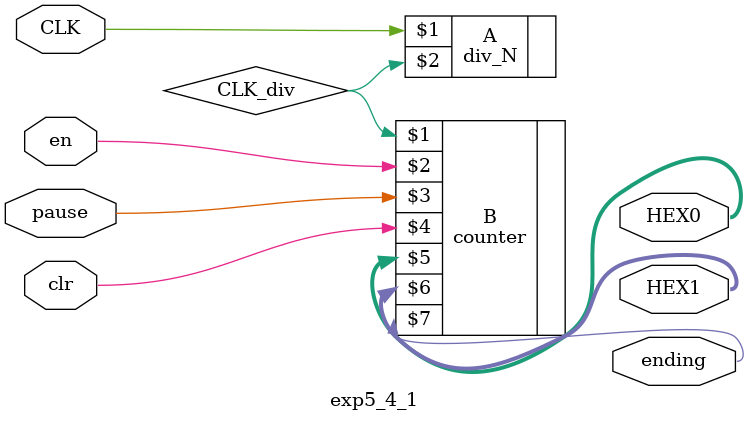
<source format=v>
module exp5_4_1(input CLK,input pause, input en,
input clr, output [6:0] HEX0, output [6:0] HEX1, output ending);
	wire CLK_div;
	div_N A (CLK,CLK_div);
	counter B (CLK_div,en,pause,clr, HEX0, HEX1,ending);
endmodule

</source>
